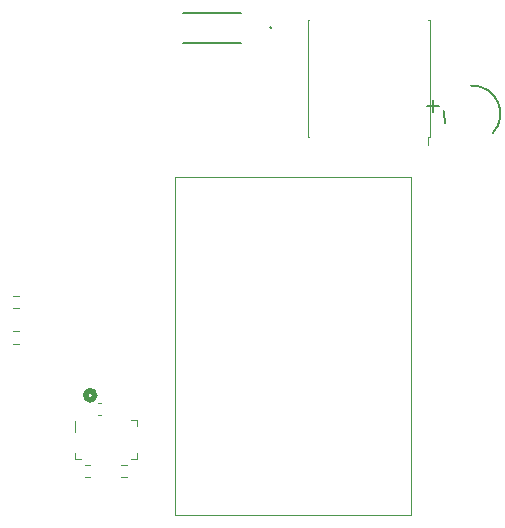
<source format=gbr>
%TF.GenerationSoftware,KiCad,Pcbnew,7.0.2*%
%TF.CreationDate,2023-10-17T14:13:16-04:00*%
%TF.ProjectId,BITSv5,42495453-7635-42e6-9b69-6361645f7063,rev?*%
%TF.SameCoordinates,Original*%
%TF.FileFunction,Legend,Bot*%
%TF.FilePolarity,Positive*%
%FSLAX46Y46*%
G04 Gerber Fmt 4.6, Leading zero omitted, Abs format (unit mm)*
G04 Created by KiCad (PCBNEW 7.0.2) date 2023-10-17 14:13:16*
%MOMM*%
%LPD*%
G01*
G04 APERTURE LIST*
%ADD10C,0.150000*%
%ADD11C,0.508000*%
%ADD12C,0.120000*%
%ADD13C,0.127000*%
%ADD14C,0.152400*%
G04 APERTURE END LIST*
D10*
%TO.C,BT2*%
X145878785Y-50776737D02*
X144811135Y-50776737D01*
X145344960Y-51310562D02*
X145344960Y-50242911D01*
D11*
%TO.C,SW3*%
X116700600Y-75255001D02*
G75*
G03*
X116700600Y-75255001I-381000J0D01*
G01*
D12*
%TO.C,R9*%
X119437258Y-81152500D02*
X118962742Y-81152500D01*
X119437258Y-82197500D02*
X118962742Y-82197500D01*
D13*
%TO.C,BT2*%
X150400000Y-53064999D02*
G75*
G03*
X148590000Y-49025000I-1741712J1645136D01*
G01*
X146240000Y-51208000D02*
G75*
G03*
X146390000Y-52255000I3043933J-98151D01*
G01*
D12*
%TO.C,U11*%
X120275000Y-77350000D02*
X119775000Y-77350000D01*
X115075000Y-77450000D02*
X115075000Y-78400000D01*
X120275000Y-77850000D02*
X120275000Y-77350000D01*
X115075000Y-80150000D02*
X115075000Y-80650000D01*
X120275000Y-80650000D02*
X120275000Y-80150000D01*
X119775000Y-80650000D02*
X120275000Y-80650000D01*
X115075000Y-80650000D02*
X115575000Y-80650000D01*
%TO.C,C29*%
X116984420Y-75865000D02*
X117265580Y-75865000D01*
X116984420Y-76885000D02*
X117265580Y-76885000D01*
%TO.C,U4*%
X143465000Y-85365000D02*
X123465000Y-85365000D01*
X123465000Y-85365000D02*
X123465000Y-56765000D01*
X123465000Y-56765000D02*
X143465000Y-56765000D01*
X143465000Y-56765000D02*
X143465000Y-85365000D01*
%TO.C,R6*%
X115862742Y-81152500D02*
X116337258Y-81152500D01*
X115862742Y-82197500D02*
X116337258Y-82197500D01*
D14*
%TO.C,AE1*%
X129103180Y-45386900D02*
X124174020Y-45386900D01*
X124174020Y-42923100D02*
X129103180Y-42923100D01*
X131697099Y-44155000D02*
G75*
G03*
X131697099Y-44155000I-76200J0D01*
G01*
D12*
%TO.C,R8*%
X110274824Y-70870602D02*
X109765376Y-70870602D01*
X110274824Y-69825602D02*
X109765376Y-69825602D01*
%TO.C,R7*%
X109765376Y-66825602D02*
X110274824Y-66825602D01*
X109765376Y-67870602D02*
X110274824Y-67870602D01*
%TO.C,U3*%
X144910000Y-54100000D02*
X144910000Y-53410000D01*
X134740000Y-53410000D02*
X134740000Y-43490000D01*
X134890000Y-53410000D02*
X134740000Y-53410000D01*
X145060000Y-53410000D02*
X144910000Y-53410000D01*
X145060000Y-53410000D02*
X145060000Y-43490000D01*
X134890000Y-43490000D02*
X134740000Y-43490000D01*
X145060000Y-43490000D02*
X144910000Y-43490000D01*
%TD*%
M02*

</source>
